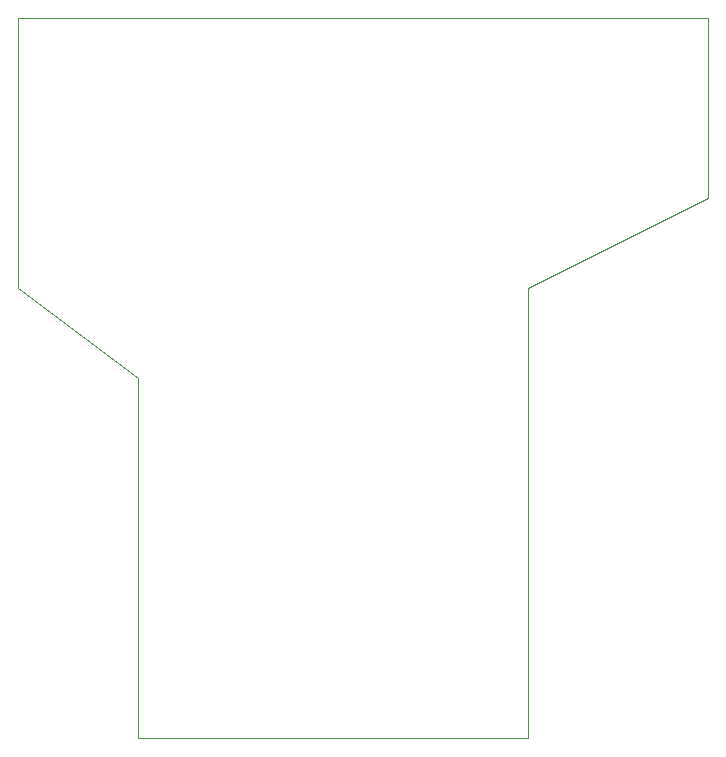
<source format=gm1>
G04 #@! TF.GenerationSoftware,KiCad,Pcbnew,(6.0.2)*
G04 #@! TF.CreationDate,2022-04-27T10:37:17-07:00*
G04 #@! TF.ProjectId,Serial programmer,53657269-616c-4207-9072-6f6772616d6d,rev?*
G04 #@! TF.SameCoordinates,Original*
G04 #@! TF.FileFunction,Profile,NP*
%FSLAX46Y46*%
G04 Gerber Fmt 4.6, Leading zero omitted, Abs format (unit mm)*
G04 Created by KiCad (PCBNEW (6.0.2)) date 2022-04-27 10:37:17*
%MOMM*%
%LPD*%
G01*
G04 APERTURE LIST*
G04 #@! TA.AperFunction,Profile*
%ADD10C,0.100000*%
G04 #@! TD*
G04 #@! TA.AperFunction,Profile*
%ADD11C,0.050000*%
G04 #@! TD*
G04 APERTURE END LIST*
D10*
X162560000Y-86360000D02*
X162560000Y-116840000D01*
X152400000Y-78740000D02*
X162560000Y-86360000D01*
X210820000Y-71120000D02*
X195580000Y-78740000D01*
X152400000Y-55880000D02*
X152400000Y-78740000D01*
X210820000Y-71120000D02*
X210820000Y-55880000D01*
X195580000Y-78740000D02*
X195580000Y-116840000D01*
X162560000Y-116840000D02*
X195580000Y-116840000D01*
D11*
X152400000Y-55880000D02*
X210820000Y-55880000D01*
M02*

</source>
